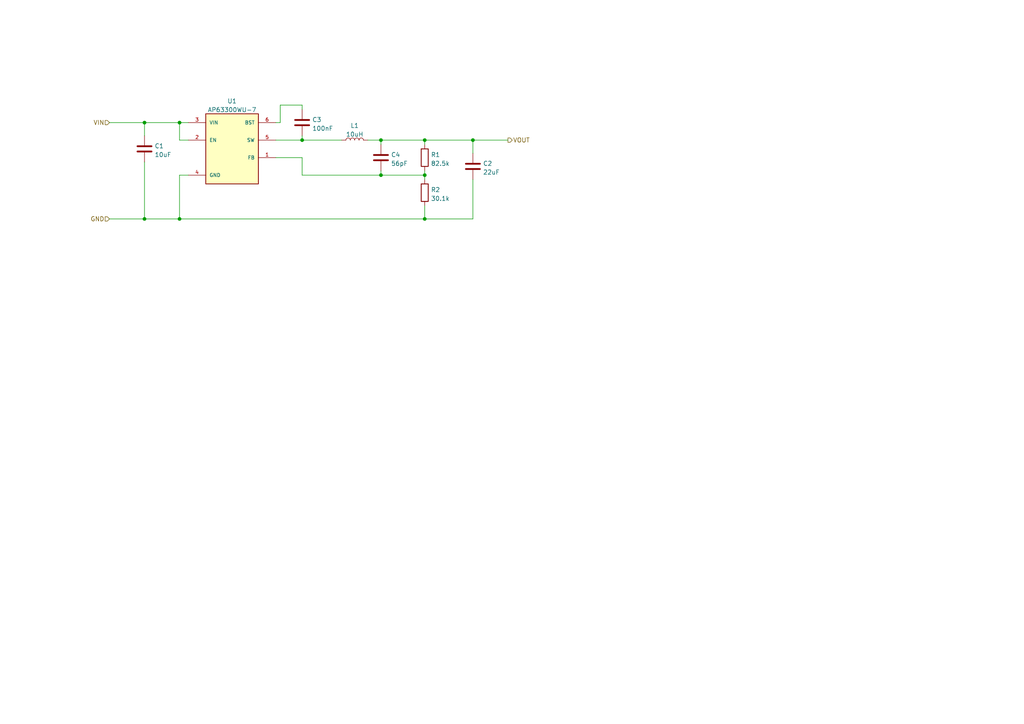
<source format=kicad_sch>
(kicad_sch (version 20211123) (generator eeschema)
  (paper "A4")
  (lib_symbols
    (symbol "AP63300WU-7:AP63300WU-7" (pin_names (offset 1.016))
      (property "Reference" "U" (at -7.62 10.16 0))
      (property "Value" "AP63300WU-7" (at -7.62 -12.7 0))
      (symbol "AP63300WU-7_0_0"
        (rectangle (start -7.62 -10.16) (end 7.62 10.16) (stroke (width 0.254)) (fill (type background)))
        (pin input line (at 12.7 -2.54 180) (length 5.08) (name "FB") (number "1"))
        (pin input line (at -12.7 2.54 0) (length 5.08) (name "EN") (number "2"))
        (pin power_in line (at -12.7 7.62 0) (length 5.08) (name "VIN") (number "3"))
        (pin power_in line (at -12.7 -7.62 0) (length 5.08) (name "GND") (number "4"))
        (pin output line (at 12.7 2.54 180) (length 5.08) (name "SW") (number "5"))
        (pin input line (at 12.7 7.62 180) (length 5.08) (name "BST") (number "6"))
      )
    )
    (symbol "Device:C" (pin_numbers hide) (pin_names (offset 0.254))
      (property "Reference" "C" (at 0.635 2.54 0))
      (property "Value" "C" (at 0.635 -2.54 0))
      (symbol "C_0_1"
        (polyline (pts (xy -2.032 -0.762) (xy 2.032 -0.762)) (stroke (width 0.508)))
        (polyline (pts (xy -2.032 0.762) (xy 2.032 0.762)) (stroke (width 0.508)))
      )
      (symbol "C_1_1"
        (pin passive line (at 0 3.81 270) (length 2.794) (name "~") (number "1"))
        (pin passive line (at 0 -3.81 90) (length 2.794) (name "~") (number "2"))
      )
    )
    (symbol "Device:R" (pin_numbers hide) (pin_names (offset 0))
      (property "Reference" "R" (at 2.032 0 90))
      (property "Value" "R" (at 0 0 90))
      (symbol "R_0_1"
        (rectangle (start -1.016 -2.54) (end 1.016 2.54) (stroke (width 0.254)))
      )
      (symbol "R_1_1"
        (pin passive line (at 0 3.81 270) (length 1.27) (name "~") (number "1"))
        (pin passive line (at 0 -3.81 90) (length 1.27) (name "~") (number "2"))
      )
    )
    (symbol "LBR2518T100K:LBR2518T100K" (pin_numbers hide) (pin_names (offset 1.016) hide)
      (property "Reference" "L" (at -7.62 5.08 0))
      (property "Value" "LBR2518T100K" (at -7.62 2.54 0))
      (symbol "LBR2518T100K_0_1"
        (arc (start -1.27 1.27) (mid -1.905 1.905) (end -2.54 1.27))
        (arc (start 0 1.27) (mid -0.635 1.905) (end -1.27 1.27))
        (arc (start 1.27 1.27) (mid 0.635 1.905) (end 0 1.27))
        (arc (start 2.54 1.27) (mid 1.905 1.905) (end 1.27 1.27))
      )
      (symbol "LBR2518T100K_1_1"
        (pin passive line (at -3.81 1.27 0) (length 1.27) (name "1") (number "1"))
        (pin passive line (at 3.81 1.27 180) (length 1.27) (name "2") (number "2"))
      )
    )
  )
  (junction (at 52.07 35.56))
  (junction (at 137.16 40.64))
  (junction (at 52.07 63.5))
  (junction (at 123.19 40.64))
  (junction (at 87.63 40.64))
  (junction (at 110.49 40.64))
  (junction (at 110.49 50.8))
  (junction (at 123.19 50.8))
  (junction (at 41.91 63.5))
  (junction (at 123.19 63.5))
  (junction (at 41.91 35.56))
  (wire (pts (xy 54.61 50.8) (xy 52.07 50.8)))
  (wire (pts (xy 137.16 40.64) (xy 147.32 40.64)))
  (wire (pts (xy 87.63 40.64) (xy 99.06 40.64)))
  (wire (pts (xy 123.19 40.64) (xy 123.19 41.91)))
  (wire (pts (xy 110.49 40.64) (xy 110.49 41.91)))
  (wire (pts (xy 123.19 63.5) (xy 137.16 63.5)))
  (wire (pts (xy 87.63 40.64) (xy 87.63 39.37)))
  (wire (pts (xy 123.19 40.64) (xy 137.16 40.64)))
  (wire (pts (xy 137.16 40.64) (xy 137.16 44.45)))
  (wire (pts (xy 41.91 35.56) (xy 41.91 39.37)))
  (wire (pts (xy 41.91 46.99) (xy 41.91 63.5)))
  (wire (pts (xy 80.01 35.56) (xy 81.28 35.56)))
  (wire (pts (xy 52.07 50.8) (xy 52.07 63.5)))
  (wire (pts (xy 31.75 35.56) (xy 41.91 35.56)))
  (wire (pts (xy 52.07 63.5) (xy 123.19 63.5)))
  (wire (pts (xy 87.63 30.48) (xy 87.63 31.75)))
  (wire (pts (xy 80.01 40.64) (xy 87.63 40.64)))
  (wire (pts (xy 31.75 63.5) (xy 41.91 63.5)))
  (wire (pts (xy 123.19 59.69) (xy 123.19 63.5)))
  (wire (pts (xy 110.49 49.53) (xy 110.49 50.8)))
  (wire (pts (xy 110.49 40.64) (xy 123.19 40.64)))
  (wire (pts (xy 87.63 45.72) (xy 87.63 50.8)))
  (wire (pts (xy 123.19 50.8) (xy 123.19 52.07)))
  (wire (pts (xy 41.91 63.5) (xy 52.07 63.5)))
  (wire (pts (xy 81.28 35.56) (xy 81.28 30.48)))
  (wire (pts (xy 52.07 40.64) (xy 52.07 35.56)))
  (wire (pts (xy 52.07 35.56) (xy 54.61 35.56)))
  (wire (pts (xy 110.49 50.8) (xy 123.19 50.8)))
  (wire (pts (xy 54.61 40.64) (xy 52.07 40.64)))
  (wire (pts (xy 137.16 52.07) (xy 137.16 63.5)))
  (wire (pts (xy 123.19 49.53) (xy 123.19 50.8)))
  (wire (pts (xy 81.28 30.48) (xy 87.63 30.48)))
  (wire (pts (xy 41.91 35.56) (xy 52.07 35.56)))
  (wire (pts (xy 80.01 45.72) (xy 87.63 45.72)))
  (wire (pts (xy 106.68 40.64) (xy 110.49 40.64)))
  (wire (pts (xy 87.63 50.8) (xy 110.49 50.8)))
  (hierarchical_label "VOUT" (shape output) (at 147.32 40.64 0))
  (hierarchical_label "GND" (shape input) (at 31.75 63.5 180))
  (hierarchical_label "VIN" (shape input) (at 31.75 35.56 180))
  (symbol (lib_id "Device:C") (at 110.49 45.72 0) (unit 1)
    (property "Reference" "C4" (at 113.411 44.8853 0) (effects (justify left)))
    (property "Value" "56pF" (at 113.411 47.4222 0) (effects (justify left)))
    (property "Footprint" "Capacitor_SMD:C_0603_1608Metric" (effects hide))
  )
  (symbol (lib_id "Device:R") (at 123.19 45.72 0) (unit 1)
    (property "Reference" "R1" (at 124.968 44.8853 0) (effects (justify left)))
    (property "Value" "82.5k" (at 124.968 47.4222 0) (effects (justify left)))
    (property "Footprint" "Resistor_SMD:R_0603_1608Metric" (effects hide))
  )
  (symbol (lib_id "LBR2518T100K:LBR2518T100K") (at 102.87 41.91 0) (unit 1)
    (property "Reference" "L1" (at 102.87 36.4322 0))
    (property "Value" "10uH" (at 102.87 38.9691 0))
    (property "Footprint" "LBR2518T100K:INDC2518X200N" (effects hide))
  )
  (symbol (lib_id "Device:C") (at 41.91 43.18 0) (unit 1)
    (property "Reference" "C1" (at 44.831 42.3453 0) (effects (justify left)))
    (property "Value" "10uF" (at 44.831 44.8822 0) (effects (justify left)))
    (property "Footprint" "Capacitor_SMD:C_0805_2012Metric" (effects hide))
  )
  (symbol (lib_id "AP63300WU-7:AP63300WU-7") (at 67.31 43.18 0) (unit 1)
    (property "Reference" "U1" (at 67.31 29.3202 0))
    (property "Value" "AP63300WU-7" (at 67.31 31.8571 0))
    (property "Footprint" "AP63300WU-7:SOT95P280X100-6N" (effects hide))
    (property "PARTREV" "2020-04-24" (effects hide))
    (property "MANUFACTURER" "DIODES" (effects hide))
    (property "MAXIMUM_PACKAGE_HEIGHT" "1.00mm" (effects hide))
    (property "STANDARD" "Manufacturer Recommendations" (effects hide))
  )
  (symbol (lib_id "Device:C") (at 87.63 35.56 180) (unit 1)
    (property "Reference" "C3" (at 90.551 34.7253 0) (effects (justify right)))
    (property "Value" "100nF" (at 90.551 37.2622 0) (effects (justify right)))
    (property "Footprint" "Capacitor_SMD:C_0603_1608Metric" (effects hide))
  )
  (symbol (lib_id "Device:R") (at 123.19 55.88 0) (unit 1)
    (property "Reference" "R2" (at 124.968 55.0453 0) (effects (justify left)))
    (property "Value" "30.1k" (at 124.968 57.5822 0) (effects (justify left)))
    (property "Footprint" "Resistor_SMD:R_0603_1608Metric" (effects hide))
  )
  (symbol (lib_id "Device:C") (at 137.16 48.26 0) (unit 1)
    (property "Reference" "C2" (at 140.081 47.4253 0) (effects (justify left)))
    (property "Value" "22uF" (at 140.081 49.9622 0) (effects (justify left)))
    (property "Footprint" "Capacitor_SMD:C_0805_2012Metric" (effects hide))
  )
)
</source>
